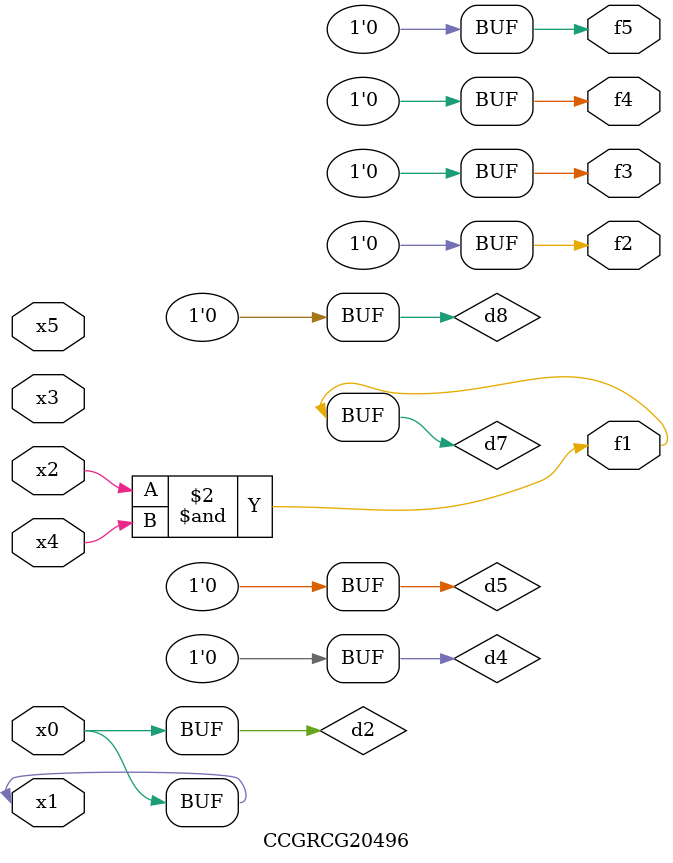
<source format=v>
module CCGRCG20496(
	input x0, x1, x2, x3, x4, x5,
	output f1, f2, f3, f4, f5
);

	wire d1, d2, d3, d4, d5, d6, d7, d8, d9;

	nand (d1, x1);
	buf (d2, x0, x1);
	nand (d3, x2, x4);
	and (d4, d1, d2);
	and (d5, d1, d2);
	nand (d6, d1, d3);
	not (d7, d3);
	xor (d8, d5);
	nor (d9, d5, d6);
	assign f1 = d7;
	assign f2 = d8;
	assign f3 = d8;
	assign f4 = d8;
	assign f5 = d8;
endmodule

</source>
